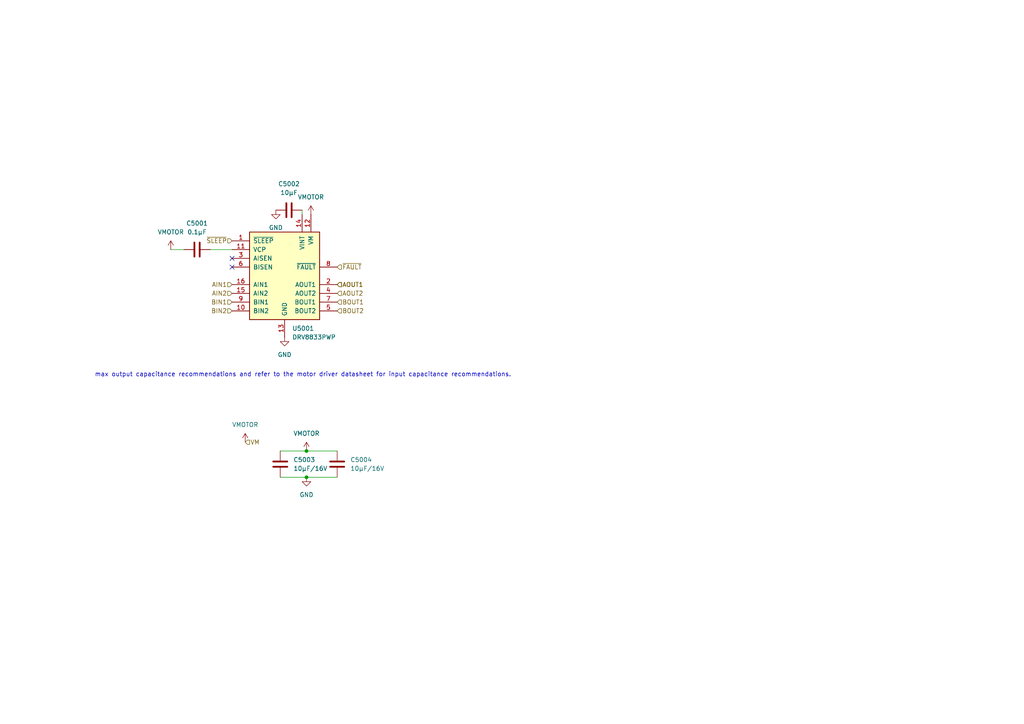
<source format=kicad_sch>
(kicad_sch (version 20231120) (generator "eeschema") (generator_version "8.0")
  (paper "A4")
  (lib_symbols
    (symbol "Device:C" (pin_numbers hide) (pin_names (offset 0.254))
      (property "Reference" "C" (at 0.635 2.54 0))
      (property "Value" "C" (at 0.635 -2.54 0))
      (symbol "C_0_1"
        (polyline (pts (xy -2.032 -0.762) (xy 2.032 -0.762)) (stroke (width 0.508)))
        (polyline (pts (xy -2.032 0.762) (xy 2.032 0.762)) (stroke (width 0.508)))
      )
      (symbol "C_1_1"
        (pin passive line (at 0 3.81 270) (length 2.794) (name "~") (number "1"))
        (pin passive line (at 0 -3.81 90) (length 2.794) (name "~") (number "2"))
      )
    )
    (symbol "Driver_Motor:DRV8833PWP" (pin_names (offset 1.016))
      (property "Reference" "U" (at -3.81 16.51 0))
      (property "Value" "DRV8833PWP" (at -3.81 13.97 0))
      (symbol "DRV8833PWP_0_1"
        (rectangle (start -10.16 12.7) (end 10.16 -12.7) (stroke (width 0.254)) (fill (type background)))
      )
      (symbol "DRV8833PWP_1_1"
        (pin input line (at -15.24 10.16 0) (length 5.08) (name "~{SLEEP}") (number "1"))
        (pin input line (at -15.24 -10.16 0) (length 5.08) (name "BIN2") (number "10"))
        (pin bidirectional line (at -15.24 7.62 0) (length 5.08) (name "VCP") (number "11"))
        (pin power_in line (at 7.62 17.78 270) (length 5.08) (name "VM") (number "12"))
        (pin power_in line (at 0 -17.78 90) (length 5.08) (name "GND") (number "13"))
        (pin power_in line (at 5.08 17.78 270) (length 5.08) (name "VINT") (number "14"))
        (pin input line (at -15.24 -5.08 0) (length 5.08) (name "AIN2") (number "15"))
        (pin input line (at -15.24 -2.54 0) (length 5.08) (name "AIN1") (number "16"))
        (pin passive line (at 0 -17.78 90) (length 5.08) hide (name "GND") (number "17"))
        (pin power_out line (at 15.24 -2.54 180) (length 5.08) (name "AOUT1") (number "2"))
        (pin bidirectional line (at -15.24 5.08 0) (length 5.08) (name "AISEN") (number "3"))
        (pin power_out line (at 15.24 -5.08 180) (length 5.08) (name "AOUT2") (number "4"))
        (pin power_out line (at 15.24 -10.16 180) (length 5.08) (name "BOUT2") (number "5"))
        (pin bidirectional line (at -15.24 2.54 0) (length 5.08) (name "BISEN") (number "6"))
        (pin power_out line (at 15.24 -7.62 180) (length 5.08) (name "BOUT1") (number "7"))
        (pin open_collector line (at 15.24 2.54 180) (length 5.08) (name "~{FAULT}") (number "8"))
        (pin input line (at -15.24 -7.62 0) (length 5.08) (name "BIN1") (number "9"))
      )
    )
    (symbol "power:GND" (power) (pin_numbers hide) (pin_names (offset 0) hide)
      (property "Value" "GND" (at 0 -3.81 0))
      (symbol "GND_0_1"
        (polyline (pts (xy 0 0) (xy 0 -1.27) (xy 1.27 -1.27) (xy 0 -2.54) (xy -1.27 -1.27) (xy 0 -1.27)))
      )
      (symbol "GND_1_1"
        (pin power_in line (at 0 0 270) (length 0) (name "~") (number "1"))
      )
    )
    (symbol "power:VCC" (power) (pin_numbers hide) (pin_names (offset 0) hide)
      (property "Value" "VCC" (at 0 3.556 0))
      (symbol "VCC_0_1"
        (polyline (pts (xy -0.762 1.27) (xy 0 2.54)))
        (polyline (pts (xy 0 0) (xy 0 2.54)))
        (polyline (pts (xy 0 2.54) (xy 0.762 1.27)))
      )
      (symbol "VCC_1_1"
        (pin power_in line (at 0 0 90) (length 0) (name "~") (number "1"))
      )
    )
  )
  (junction (at 88.9 138.43))
  (junction (at 88.9 130.81))
  (no_connect (at 67.31 77.47))
  (no_connect (at 67.31 74.93))
  (wire (pts (xy 49.53 72.39) (xy 53.34 72.39)))
  (wire (pts (xy 88.9 138.43) (xy 97.79 138.43)))
  (wire (pts (xy 60.96 72.39) (xy 67.31 72.39)))
  (wire (pts (xy 81.28 138.43) (xy 88.9 138.43)))
  (wire (pts (xy 81.28 130.81) (xy 88.9 130.81)))
  (wire (pts (xy 88.9 130.81) (xy 97.79 130.81)))
  (wire (pts (xy 87.63 60.96) (xy 87.63 62.23)))
  (text "max output capacitance recommendations and refer to the motor driver datasheet for input capacitance recommendations." (at 87.884 108.712 0) (effects (font (size 1.27 1.27))))
  (hierarchical_label "~{SLEEP}" (shape input) (at 67.31 69.85 180))
  (hierarchical_label "BIN2" (shape input) (at 67.31 90.17 180))
  (hierarchical_label "BOUT1" (shape input) (at 97.79 87.63 0))
  (hierarchical_label "VM" (shape input) (at 71.12 128.27 0))
  (hierarchical_label "BIN1" (shape input) (at 67.31 87.63 180))
  (hierarchical_label "AIN2" (shape input) (at 67.31 85.09 180))
  (hierarchical_label "AOUT1" (shape input) (at 97.79 82.55 0))
  (hierarchical_label "AIN1" (shape input) (at 67.31 82.55 180))
  (hierarchical_label "AOUT1" (shape input) (at 97.79 82.55 0))
  (hierarchical_label "AOUT2" (shape input) (at 97.79 85.09 0))
  (hierarchical_label "~{FAULT}" (shape input) (at 97.79 77.47 0))
  (hierarchical_label "BOUT2" (shape input) (at 97.79 90.17 0))
  (symbol (lib_id "Device:C") (at 81.28 134.62 0) (unit 1)
    (property "Reference" "C5003" (at 85.09 133.3499 0) (effects (justify left)))
    (property "Value" "10μF/16V" (at 85.09 135.8899 0) (effects (justify left)))
    (property "Footprint" "Capacitor_SMD:C_0201_0603Metric" (effects (hide yes)))
    (property "Description" "Unpolarized capacitor" (effects (hide yes)))
  )
  (symbol (lib_id "power:GND") (at 82.55 97.79 0) (unit 1)
    (property "Reference" "#PWR05001" (effects (hide yes)))
    (property "Value" "GND" (at 82.55 102.87 0))
    (property "Description" "Power symbol creates a global label with name \"GND\" , ground" (effects (hide yes)))
  )
  (symbol (lib_id "power:GND") (at 88.9 138.43 0) (unit 1)
    (property "Reference" "#PWR05006" (effects (hide yes)))
    (property "Value" "GND" (at 88.9 143.51 0))
    (property "Description" "Power symbol creates a global label with name \"GND\" , ground" (effects (hide yes)))
  )
  (symbol (lib_id "Device:C") (at 97.79 134.62 0) (unit 1)
    (property "Reference" "C5004" (at 101.6 133.3499 0) (effects (justify left)))
    (property "Value" "10μF/16V" (at 101.6 135.8899 0) (effects (justify left)))
    (property "Footprint" "Capacitor_SMD:C_0201_0603Metric" (effects (hide yes)))
    (property "Description" "Unpolarized capacitor" (effects (hide yes)))
  )
  (symbol (lib_id "Device:C") (at 57.15 72.39 270) (unit 1)
    (property "Reference" "C5001" (at 57.15 64.77 90))
    (property "Value" "0.1μF" (at 57.15 67.31 90))
    (property "Footprint" "Capacitor_SMD:C_0201_0603Metric" (effects (hide yes)))
    (property "Description" "Unpolarized capacitor" (effects (hide yes)))
  )
  (symbol (lib_id "power:VCC") (at 49.53 72.39 0) (unit 1)
    (property "Reference" "#PWR05003" (effects (hide yes)))
    (property "Value" "VMOTOR" (at 49.53 67.31 0))
    (property "Description" "Power symbol creates a global label with name \"VCC\"" (effects (hide yes)))
  )
  (symbol (lib_id "power:GND") (at 80.01 60.96 0) (unit 1)
    (property "Reference" "#PWR05004" (effects (hide yes)))
    (property "Value" "GND" (at 80.01 66.04 0))
    (property "Description" "Power symbol creates a global label with name \"GND\" , ground" (effects (hide yes)))
  )
  (symbol (lib_id "power:VCC") (at 88.9 130.81 0) (unit 1)
    (property "Reference" "#PWR05005" (effects (hide yes)))
    (property "Value" "VMOTOR" (at 88.9 125.73 0))
    (property "Description" "Power symbol creates a global label with name \"VCC\"" (effects (hide yes)))
  )
  (symbol (lib_id "Driver_Motor:DRV8833PWP") (at 82.55 80.01 0) (unit 1)
    (property "Reference" "U5001" (at 84.7441 95.25 0) (effects (justify left)))
    (property "Value" "DRV8833PWP" (at 84.7441 97.79 0) (effects (justify left)))
    (property "Footprint" "Package_SO:HTSSOP-16-1EP_4.4x5mm_P0.65mm_EP3.4x5mm_Mask2.46x2.31mm_ThermalVias" (effects (hide yes)))
    (property "Datasheet" "http://www.ti.com/lit/ds/symlink/drv8833.pdf" (effects (hide yes)))
    (property "Description" "Dual H-Bridge Motor Driver, HTSSOP-16" (effects (hide yes)))
  )
  (symbol (lib_id "Device:C") (at 83.82 60.96 270) (unit 1)
    (property "Reference" "C5002" (at 83.82 53.34 90))
    (property "Value" "10μF" (at 83.82 55.88 90))
    (property "Footprint" "Capacitor_SMD:C_0201_0603Metric" (effects (hide yes)))
    (property "Description" "Unpolarized capacitor" (effects (hide yes)))
  )
  (symbol (lib_id "power:VCC") (at 71.12 128.27 0) (unit 1)
    (property "Reference" "#PWR05007" (effects (hide yes)))
    (property "Value" "VMOTOR" (at 71.12 123.19 0))
    (property "Description" "Power symbol creates a global label with name \"VCC\"" (effects (hide yes)))
  )
  (symbol (lib_id "power:VCC") (at 90.17 62.23 0) (unit 1)
    (property "Reference" "#PWR05002" (effects (hide yes)))
    (property "Value" "VMOTOR" (at 90.17 57.15 0))
    (property "Description" "Power symbol creates a global label with name \"VCC\"" (effects (hide yes)))
  )
)
</source>
